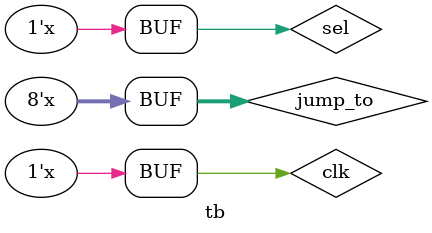
<source format=v>

module tb;

	// Inputs
	reg clk;
	reg sel;
	reg [7:0] jump_to;

	// Outputs
	wire [7:0] R15_value;
	wire [7:0] PC_out;

	// Instantiate the Unit Under Test (UUT)
	pc_module uut (
		.clk(clk), 
		.sel(sel), 
		.jump_to(jump_to), 
		.R15_value(R15_value), 
		.PC_out(PC_out)
	);
	always #5 clk <= !clk;
	always #50 sel <= !sel;
	always #50 jump_to <= jump_to + 5;
	initial begin
		// Initialize Inputs
		clk = 0;
		sel =0;
		jump_to = 0;
	end 
endmodule


</source>
